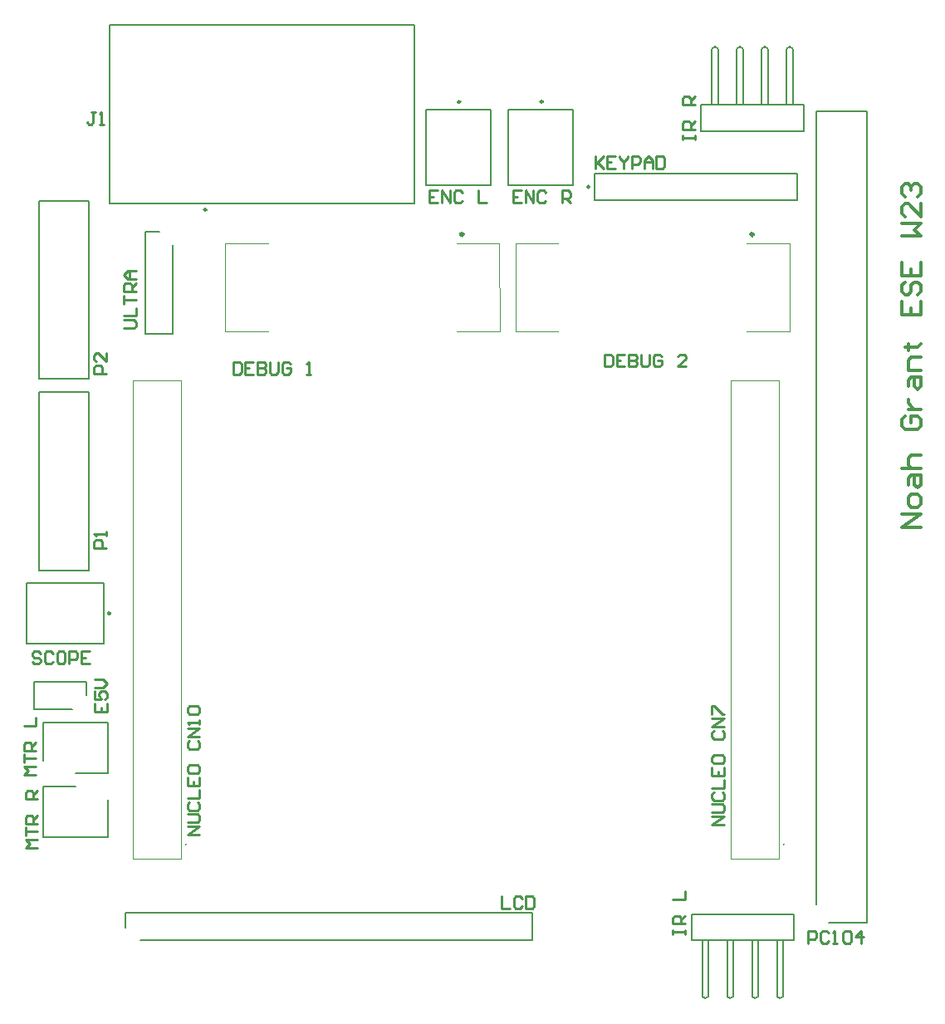
<source format=gbr>
%TF.GenerationSoftware,Altium Limited,Altium Designer,23.1.1 (15)*%
G04 Layer_Color=65535*
%FSLAX45Y45*%
%MOMM*%
%TF.SameCoordinates,94CA0F20-7CEF-4758-9589-D945348769B5*%
%TF.FilePolarity,Positive*%
%TF.FileFunction,Legend,Top*%
%TF.Part,Single*%
G01*
G75*
%TA.AperFunction,NonConductor*%
%ADD94C,0.30000*%
%ADD95C,0.25000*%
%ADD96C,0.20000*%
%ADD97C,0.10000*%
%ADD98C,0.25400*%
D94*
X-2039000Y7465000D02*
G03*
X-2069000Y7465000I-15000J0D01*
G01*
D02*
G03*
X-2039000Y7465000I15000J0D01*
G01*
X-4997000D02*
G03*
X-5027000Y7465000I-15000J0D01*
G01*
D02*
G03*
X-4997000Y7465000I15000J0D01*
G01*
X-330000Y4480000D02*
X-529935D01*
X-330000Y4613290D01*
X-529935D01*
X-330000Y4713258D02*
Y4779903D01*
X-363322Y4813226D01*
X-429968D01*
X-463290Y4779903D01*
Y4713258D01*
X-429968Y4679936D01*
X-363322D01*
X-330000Y4713258D01*
X-463290Y4913194D02*
Y4979839D01*
X-429968Y5013161D01*
X-330000D01*
Y4913194D01*
X-363322Y4879871D01*
X-396645Y4913194D01*
Y5013161D01*
X-529935Y5079807D02*
X-330000D01*
X-429968D01*
X-463290Y5113129D01*
Y5179775D01*
X-429968Y5213097D01*
X-330000D01*
X-496613Y5612968D02*
X-529935Y5579646D01*
Y5513000D01*
X-496613Y5479678D01*
X-363322D01*
X-330000Y5513000D01*
Y5579646D01*
X-363322Y5612968D01*
X-429968D01*
Y5546323D01*
X-463290Y5679613D02*
X-330000D01*
X-396645D01*
X-429968Y5712936D01*
X-463290Y5746259D01*
Y5779581D01*
Y5912872D02*
Y5979517D01*
X-429968Y6012839D01*
X-330000D01*
Y5912872D01*
X-363322Y5879549D01*
X-396645Y5912872D01*
Y6012839D01*
X-330000Y6079485D02*
X-463290D01*
Y6179452D01*
X-429968Y6212775D01*
X-330000D01*
X-496613Y6312743D02*
X-463290D01*
Y6279420D01*
Y6346065D01*
Y6312743D01*
X-363322D01*
X-330000Y6346065D01*
X-529935Y6779259D02*
Y6645969D01*
X-330000D01*
Y6779259D01*
X-429968Y6645969D02*
Y6712614D01*
X-496613Y6979195D02*
X-529935Y6945872D01*
Y6879227D01*
X-496613Y6845904D01*
X-463290D01*
X-429968Y6879227D01*
Y6945872D01*
X-396645Y6979195D01*
X-363322D01*
X-330000Y6945872D01*
Y6879227D01*
X-363322Y6845904D01*
X-529935Y7179130D02*
Y7045840D01*
X-330000D01*
Y7179130D01*
X-429968Y7045840D02*
Y7112485D01*
X-529935Y7445711D02*
X-330000D01*
X-396645Y7512356D01*
X-330000Y7579001D01*
X-529935D01*
X-330000Y7778937D02*
Y7645647D01*
X-463290Y7778937D01*
X-496613D01*
X-529935Y7745614D01*
Y7678969D01*
X-496613Y7645647D01*
Y7845582D02*
X-529935Y7878905D01*
Y7945550D01*
X-496613Y7978873D01*
X-463290D01*
X-429968Y7945550D01*
Y7912227D01*
Y7945550D01*
X-396645Y7978873D01*
X-363322D01*
X-330000Y7945550D01*
Y7878905D01*
X-363322Y7845582D01*
D95*
X-7616900Y7715000D02*
G03*
X-7616900Y7715000I-12500J0D01*
G01*
X-8596500Y3602000D02*
G03*
X-8596500Y3602000I-12500J0D01*
G01*
X-4187500Y8816000D02*
G03*
X-4187500Y8816000I-12500J0D01*
G01*
X-5030000D02*
G03*
X-5030000Y8816000I-12500J0D01*
G01*
X-3709500Y7950000D02*
G03*
X-3709500Y7950000I-12500J0D01*
G01*
D96*
X-1730000Y1245000D02*
G03*
X-1730000Y1245000I-5000J0D01*
G01*
X-7826000D02*
G03*
X-7826000Y1245000I-5000J0D01*
G01*
X-8237000Y7493500D02*
X-8100000D01*
X-8237000Y6452500D02*
Y7493500D01*
Y6452500D02*
X-7963000D01*
Y7354000D01*
X-8605500Y7780000D02*
X-5494500D01*
Y9600000D01*
X-8605500D02*
X-5494500D01*
X-8605500Y7780000D02*
Y9600000D01*
X-9327000Y7808000D02*
X-8819000D01*
Y5992000D02*
Y7808000D01*
X-9327000Y5992000D02*
X-8819000D01*
X-9327000D02*
Y7808000D01*
Y5854000D02*
X-8819000D01*
Y4038000D02*
Y5854000D01*
X-9327000Y4038000D02*
X-8819000D01*
X-9327000D02*
Y5854000D01*
X-8290000Y273000D02*
X-4293000D01*
Y545500D01*
X-8442000D02*
X-4293000D01*
X-8442000Y400000D02*
Y545500D01*
X-1701000Y9357000D02*
X-1669000Y9377000D01*
X-1637000Y9357000D01*
X-1701000Y8784500D02*
Y9357000D01*
X-1637000Y8784500D02*
Y9357000D01*
X-2209000D02*
X-2177000Y9377000D01*
X-2145000Y9357000D01*
X-2209000Y8784500D02*
Y9357000D01*
X-2145000Y8784500D02*
Y9357000D01*
X-2463000D02*
X-2431000Y9377000D01*
X-2399000Y9357000D01*
X-2463000Y8784500D02*
Y9357000D01*
X-2399000Y8784500D02*
Y9357000D01*
X-2573000Y8515500D02*
X-1527000D01*
Y8784500D01*
X-2573000D02*
X-1527000D01*
X-2573000Y8515500D02*
Y8784500D01*
X-1891000D02*
Y9357000D01*
X-1955000Y8784500D02*
Y9357000D01*
X-1923000Y9377000D02*
X-1891000Y9357000D01*
X-1955000D02*
X-1923000Y9377000D01*
X-2277000Y-327000D02*
X-2245000Y-307000D01*
X-2309000D02*
X-2277000Y-327000D01*
X-2245000Y-307000D02*
Y265500D01*
X-2309000Y-307000D02*
Y265500D01*
X-1627000D02*
Y534500D01*
X-2673000Y265500D02*
X-1627000D01*
X-2673000D02*
Y534500D01*
X-1627000D01*
X-1801000Y-307000D02*
Y265500D01*
X-1737000Y-307000D02*
Y265500D01*
X-1801000Y-307000D02*
X-1769000Y-327000D01*
X-1737000Y-307000D01*
X-2055000D02*
Y265500D01*
X-1991000Y-307000D02*
Y265500D01*
X-2055000Y-307000D02*
X-2023000Y-327000D01*
X-1991000Y-307000D01*
X-2563000D02*
Y265500D01*
X-2499000Y-307000D02*
Y265500D01*
X-2563000Y-307000D02*
X-2531000Y-327000D01*
X-2499000Y-307000D01*
X-8843211Y2763476D02*
Y2900476D01*
X-9376211D02*
X-8843211D01*
X-9376211Y2626476D02*
Y2900476D01*
Y2626476D02*
X-8982711D01*
X-9447500Y3294500D02*
X-8660500D01*
X-9447500D02*
Y3909500D01*
X-8660500D01*
Y3294500D02*
Y3909500D01*
X-3877500Y7964000D02*
Y8736000D01*
X-4537500Y7964000D02*
X-3877500D01*
X-4537500D02*
Y8736000D01*
X-3877500D01*
X-4720000Y7964000D02*
Y8736000D01*
X-5380000Y7964000D02*
X-4720000D01*
X-5380000D02*
Y8736000D01*
X-4720000D01*
X-1270000Y448000D02*
X-887000D01*
Y8716000D01*
X-1396000D02*
X-887000D01*
X-1396000Y635000D02*
Y8716000D01*
X-8620000Y1318000D02*
Y1704000D01*
X-9280000Y1318000D02*
X-8620000D01*
X-9280000D02*
Y1836000D01*
X-8950000D01*
X-9280000Y2100000D02*
Y2486000D01*
X-8620000D01*
Y1968000D02*
Y2486000D01*
X-8950000Y1968000D02*
X-8620000D01*
X-3662000Y7816500D02*
Y8083500D01*
Y7816500D02*
X-1592000D01*
Y8083500D01*
X-3662000D02*
X-1592000D01*
D97*
X-4466000Y7375000D02*
X-4029000D01*
X-4466000Y6475000D02*
Y7375000D01*
Y6475000D02*
X-4029000D01*
X-2109000D02*
X-1669000D01*
X-1672000Y7375000D02*
X-1669000Y6475000D01*
X-2109000Y7375000D02*
X-1672000D01*
X-7424000D02*
X-6987000D01*
X-7424000Y6475000D02*
Y7375000D01*
Y6475000D02*
X-6987000D01*
X-5067000D02*
X-4627000D01*
X-4630000Y7375000D02*
X-4627000Y6475000D01*
X-5067000Y7375000D02*
X-4630000D01*
X-2274500Y1097500D02*
Y5974500D01*
Y1097500D02*
X-1779500D01*
Y5974500D01*
X-2274500D02*
X-1779500D01*
X-8370500Y1097500D02*
Y5974500D01*
Y1097500D02*
X-7875500D01*
Y5974500D01*
X-8370500D02*
X-7875500D01*
D98*
X-3560275Y6240966D02*
Y6116006D01*
X-3497795D01*
X-3476968Y6136833D01*
Y6220139D01*
X-3497795Y6240966D01*
X-3560275D01*
X-3352009D02*
X-3435315D01*
Y6116006D01*
X-3352009D01*
X-3435315Y6178486D02*
X-3393662D01*
X-3310356Y6240966D02*
Y6116006D01*
X-3247876D01*
X-3227049Y6136833D01*
Y6157660D01*
X-3247876Y6178486D01*
X-3310356D01*
X-3247876D01*
X-3227049Y6199313D01*
Y6220139D01*
X-3247876Y6240966D01*
X-3310356D01*
X-3185396D02*
Y6136833D01*
X-3164569Y6116006D01*
X-3122916D01*
X-3102090Y6136833D01*
Y6240966D01*
X-2977130Y6220139D02*
X-2997957Y6240966D01*
X-3039610D01*
X-3060436Y6220139D01*
Y6136833D01*
X-3039610Y6116006D01*
X-2997957D01*
X-2977130Y6136833D01*
Y6178486D01*
X-3018783D01*
X-2727211Y6116006D02*
X-2810517D01*
X-2727211Y6199313D01*
Y6220139D01*
X-2748037Y6240966D01*
X-2789691D01*
X-2810517Y6220139D01*
X-7345705Y6162480D02*
Y6037520D01*
X-7283226D01*
X-7262399Y6058347D01*
Y6141653D01*
X-7283226Y6162480D01*
X-7345705D01*
X-7137439D02*
X-7220746D01*
Y6037520D01*
X-7137439D01*
X-7220746Y6100000D02*
X-7179093D01*
X-7095786Y6162480D02*
Y6037520D01*
X-7033306D01*
X-7012480Y6058347D01*
Y6079174D01*
X-7033306Y6100000D01*
X-7095786D01*
X-7033306D01*
X-7012480Y6120827D01*
Y6141653D01*
X-7033306Y6162480D01*
X-7095786D01*
X-6970827D02*
Y6058347D01*
X-6950000Y6037520D01*
X-6908347D01*
X-6887520Y6058347D01*
Y6162480D01*
X-6762561Y6141653D02*
X-6783387Y6162480D01*
X-6825040D01*
X-6845867Y6141653D01*
Y6058347D01*
X-6825040Y6037520D01*
X-6783387D01*
X-6762561Y6058347D01*
Y6100000D01*
X-6804214D01*
X-6595948Y6037520D02*
X-6554294D01*
X-6575121D01*
Y6162480D01*
X-6595948Y6141653D01*
X-8637520Y6045867D02*
X-8762480D01*
Y6108347D01*
X-8741653Y6129173D01*
X-8700000D01*
X-8679174Y6108347D01*
Y6045867D01*
X-8637520Y6254133D02*
Y6170827D01*
X-8720827Y6254133D01*
X-8741653D01*
X-8762480Y6233306D01*
Y6191653D01*
X-8741653Y6170827D01*
X-8637521Y4266694D02*
X-8762480D01*
Y4329173D01*
X-8741654Y4350000D01*
X-8700000D01*
X-8679174Y4329173D01*
Y4266694D01*
X-8637521Y4391653D02*
Y4433307D01*
Y4412480D01*
X-8762480D01*
X-8741654Y4391653D01*
X-8462480Y6508428D02*
X-8358347D01*
X-8337520Y6529254D01*
Y6570907D01*
X-8358347Y6591734D01*
X-8462480D01*
Y6633387D02*
X-8337520D01*
Y6716694D01*
X-8462480Y6758347D02*
Y6841653D01*
Y6800000D01*
X-8337520D01*
Y6883307D02*
X-8462480D01*
Y6945786D01*
X-8441653Y6966613D01*
X-8400000D01*
X-8379173Y6945786D01*
Y6883307D01*
Y6924960D02*
X-8337520Y6966613D01*
Y7008266D02*
X-8420827D01*
X-8462480Y7049919D01*
X-8420827Y7091573D01*
X-8337520D01*
X-8400000D01*
Y7008266D01*
X-9308266Y3191653D02*
X-9329093Y3212480D01*
X-9370746D01*
X-9391573Y3191653D01*
Y3170827D01*
X-9370746Y3150000D01*
X-9329093D01*
X-9308266Y3129174D01*
Y3108347D01*
X-9329093Y3087520D01*
X-9370746D01*
X-9391573Y3108347D01*
X-9183306Y3191653D02*
X-9204133Y3212480D01*
X-9245786D01*
X-9266613Y3191653D01*
Y3108347D01*
X-9245786Y3087520D01*
X-9204133D01*
X-9183306Y3108347D01*
X-9079174Y3212480D02*
X-9120827D01*
X-9141653Y3191653D01*
Y3108347D01*
X-9120827Y3087520D01*
X-9079174D01*
X-9058347Y3108347D01*
Y3191653D01*
X-9079174Y3212480D01*
X-9016694Y3087520D02*
Y3212480D01*
X-8954214D01*
X-8933387Y3191653D01*
Y3150000D01*
X-8954214Y3129174D01*
X-9016694D01*
X-8808428Y3212480D02*
X-8891734D01*
Y3087520D01*
X-8808428D01*
X-8891734Y3150000D02*
X-8850081D01*
X-1481159Y237520D02*
Y362480D01*
X-1418679D01*
X-1397852Y341653D01*
Y300000D01*
X-1418679Y279173D01*
X-1481159D01*
X-1272893Y341653D02*
X-1293720Y362480D01*
X-1335373D01*
X-1356199Y341653D01*
Y258347D01*
X-1335373Y237520D01*
X-1293720D01*
X-1272893Y258347D01*
X-1231240Y237520D02*
X-1189586D01*
X-1210413D01*
Y362480D01*
X-1231240Y341653D01*
X-1127107D02*
X-1106280Y362480D01*
X-1064627D01*
X-1043800Y341653D01*
Y258347D01*
X-1064627Y237520D01*
X-1106280D01*
X-1127107Y258347D01*
Y341653D01*
X-939667Y237520D02*
Y362480D01*
X-1002147Y300000D01*
X-918841D01*
X-7687520Y1343962D02*
X-7812480D01*
X-7687520Y1427269D01*
X-7812480D01*
Y1468922D02*
X-7708347D01*
X-7687520Y1489748D01*
Y1531402D01*
X-7708347Y1552228D01*
X-7812480D01*
X-7791653Y1677188D02*
X-7812480Y1656361D01*
Y1614708D01*
X-7791653Y1593881D01*
X-7708347D01*
X-7687520Y1614708D01*
Y1656361D01*
X-7708347Y1677188D01*
X-7812480Y1718841D02*
X-7687520D01*
Y1802148D01*
X-7812480Y1927107D02*
Y1843801D01*
X-7687520D01*
Y1927107D01*
X-7750000Y1843801D02*
Y1885454D01*
X-7812480Y2031240D02*
Y1989587D01*
X-7791653Y1968760D01*
X-7708347D01*
X-7687520Y1989587D01*
Y2031240D01*
X-7708347Y2052067D01*
X-7791653D01*
X-7812480Y2031240D01*
X-7791653Y2301986D02*
X-7812480Y2281159D01*
Y2239506D01*
X-7791653Y2218680D01*
X-7708347D01*
X-7687520Y2239506D01*
Y2281159D01*
X-7708347Y2301986D01*
X-7687520Y2343639D02*
X-7812480D01*
X-7687520Y2426946D01*
X-7812480D01*
X-7687520Y2468599D02*
Y2510252D01*
Y2489425D01*
X-7812480D01*
X-7791653Y2468599D01*
Y2572732D02*
X-7812480Y2593558D01*
Y2635211D01*
X-7791653Y2656038D01*
X-7708347D01*
X-7687520Y2635211D01*
Y2593558D01*
X-7708347Y2572732D01*
X-7791653D01*
X-2337520Y1446029D02*
X-2462480D01*
X-2337520Y1529335D01*
X-2462480D01*
Y1570988D02*
X-2358347D01*
X-2337520Y1591815D01*
Y1633468D01*
X-2358347Y1654295D01*
X-2462480D01*
X-2441653Y1779254D02*
X-2462480Y1758428D01*
Y1716774D01*
X-2441653Y1695948D01*
X-2358347D01*
X-2337520Y1716774D01*
Y1758428D01*
X-2358347Y1779254D01*
X-2462480Y1820907D02*
X-2337520D01*
Y1904214D01*
X-2462480Y2029173D02*
Y1945867D01*
X-2337520D01*
Y2029173D01*
X-2400000Y1945867D02*
Y1987520D01*
X-2462480Y2133306D02*
Y2091653D01*
X-2441653Y2070827D01*
X-2358347D01*
X-2337520Y2091653D01*
Y2133306D01*
X-2358347Y2154133D01*
X-2441653D01*
X-2462480Y2133306D01*
X-2441653Y2404052D02*
X-2462480Y2383226D01*
Y2341572D01*
X-2441653Y2320746D01*
X-2358347D01*
X-2337520Y2341572D01*
Y2383226D01*
X-2358347Y2404052D01*
X-2337520Y2445706D02*
X-2462480D01*
X-2337520Y2529012D01*
X-2462480D01*
Y2570665D02*
Y2653972D01*
X-2441653D01*
X-2358347Y2570665D01*
X-2337520D01*
X-9337521Y1208428D02*
X-9462480D01*
X-9420827Y1250081D01*
X-9462480Y1291734D01*
X-9337521D01*
X-9462480Y1333387D02*
Y1416694D01*
Y1375041D01*
X-9337521D01*
Y1458347D02*
X-9462480D01*
Y1520827D01*
X-9441653Y1541654D01*
X-9400000D01*
X-9379174Y1520827D01*
Y1458347D01*
Y1500000D02*
X-9337521Y1541654D01*
Y1708266D02*
X-9462480D01*
Y1770746D01*
X-9441653Y1791573D01*
X-9400000D01*
X-9379174Y1770746D01*
Y1708266D01*
Y1749920D02*
X-9337521Y1791573D01*
X-9354827Y1954042D02*
X-9479787D01*
X-9438134Y1995695D01*
X-9479787Y2037348D01*
X-9354827D01*
X-9479787Y2079001D02*
Y2162308D01*
Y2120654D01*
X-9354827D01*
Y2203961D02*
X-9479787D01*
Y2266440D01*
X-9458960Y2287267D01*
X-9417307D01*
X-9396481Y2266440D01*
Y2203961D01*
Y2245614D02*
X-9354827Y2287267D01*
X-9479787Y2453880D02*
X-9354827D01*
Y2537186D01*
X-4608631Y717262D02*
Y592303D01*
X-4525324D01*
X-4400365Y696436D02*
X-4421192Y717262D01*
X-4462845D01*
X-4483671Y696436D01*
Y613129D01*
X-4462845Y592303D01*
X-4421192D01*
X-4400365Y613129D01*
X-4358712Y717262D02*
Y592303D01*
X-4296232D01*
X-4275405Y613129D01*
Y696436D01*
X-4296232Y717262D01*
X-4358712D01*
X-3654052Y8262480D02*
Y8137520D01*
Y8179174D01*
X-3570746Y8262480D01*
X-3633226Y8200000D01*
X-3570746Y8137520D01*
X-3445786Y8262480D02*
X-3529093D01*
Y8137520D01*
X-3445786D01*
X-3529093Y8200000D02*
X-3487439D01*
X-3404133Y8262480D02*
Y8241653D01*
X-3362480Y8200000D01*
X-3320826Y8241653D01*
Y8262480D01*
X-3362480Y8200000D02*
Y8137520D01*
X-3279173D02*
Y8262480D01*
X-3216694D01*
X-3195867Y8241653D01*
Y8200000D01*
X-3216694Y8179174D01*
X-3279173D01*
X-3154214Y8137520D02*
Y8220827D01*
X-3112560Y8262480D01*
X-3070907Y8220827D01*
Y8137520D01*
Y8200000D01*
X-3154214D01*
X-3029254Y8262480D02*
Y8137520D01*
X-2966774D01*
X-2945948Y8158347D01*
Y8241653D01*
X-2966774Y8262480D01*
X-3029254D01*
X-8750000Y8712480D02*
X-8791653D01*
X-8770827D01*
Y8608347D01*
X-8791653Y8587520D01*
X-8812480D01*
X-8833306Y8608347D01*
X-8708347Y8587520D02*
X-8666694D01*
X-8687520D01*
Y8712480D01*
X-8708347Y8691653D01*
X-2762480Y8431321D02*
Y8472974D01*
Y8452147D01*
X-2637520D01*
Y8431321D01*
Y8472974D01*
Y8535454D02*
X-2762480D01*
Y8597933D01*
X-2741653Y8618760D01*
X-2700000D01*
X-2679173Y8597933D01*
Y8535454D01*
Y8577107D02*
X-2637520Y8618760D01*
Y8785373D02*
X-2762480D01*
Y8847853D01*
X-2741653Y8868679D01*
X-2700000D01*
X-2679173Y8847853D01*
Y8785373D01*
Y8827026D02*
X-2637520Y8868679D01*
X-2862480Y331321D02*
Y372974D01*
Y352147D01*
X-2737521D01*
Y331321D01*
Y372974D01*
Y435454D02*
X-2862480D01*
Y497933D01*
X-2841653Y518760D01*
X-2800000D01*
X-2779174Y497933D01*
Y435454D01*
Y477107D02*
X-2737521Y518760D01*
X-2862480Y685373D02*
X-2737521D01*
Y768679D01*
X-4408266Y7912480D02*
X-4491572D01*
Y7787520D01*
X-4408266D01*
X-4491572Y7850000D02*
X-4449919D01*
X-4366613Y7787520D02*
Y7912480D01*
X-4283306Y7787520D01*
Y7912480D01*
X-4158347Y7891653D02*
X-4179174Y7912480D01*
X-4220827D01*
X-4241653Y7891653D01*
Y7808347D01*
X-4220827Y7787520D01*
X-4179174D01*
X-4158347Y7808347D01*
X-3991734Y7787520D02*
Y7912480D01*
X-3929254D01*
X-3908428Y7891653D01*
Y7850000D01*
X-3929254Y7829174D01*
X-3991734D01*
X-3950081D02*
X-3908428Y7787520D01*
X-5258266Y7912480D02*
X-5341573D01*
Y7787520D01*
X-5258266D01*
X-5341573Y7850000D02*
X-5299919D01*
X-5216613Y7787520D02*
Y7912480D01*
X-5133306Y7787520D01*
Y7912480D01*
X-5008347Y7891653D02*
X-5029174Y7912480D01*
X-5070827D01*
X-5091653Y7891653D01*
Y7808347D01*
X-5070827Y7787520D01*
X-5029174D01*
X-5008347Y7808347D01*
X-4841734Y7912480D02*
Y7787520D01*
X-4758428D01*
X-8755423Y2680561D02*
Y2597255D01*
X-8630464D01*
Y2680561D01*
X-8692943Y2597255D02*
Y2638908D01*
X-8755423Y2805521D02*
Y2722215D01*
X-8692943D01*
X-8713770Y2763868D01*
Y2784694D01*
X-8692943Y2805521D01*
X-8651290D01*
X-8630464Y2784694D01*
Y2743041D01*
X-8651290Y2722215D01*
X-8755423Y2847174D02*
X-8672117D01*
X-8630464Y2888827D01*
X-8672117Y2930481D01*
X-8755423D01*
%TF.MD5,a173e98d4cb0094851c9f6deb66da33a*%
M02*

</source>
